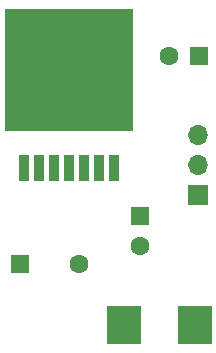
<source format=gbr>
%TF.GenerationSoftware,KiCad,Pcbnew,8.0.1-rc1*%
%TF.CreationDate,2024-10-01T13:14:16-07:00*%
%TF.ProjectId,LM2670-ADJ-Carrier-Set-SMD,4c4d3236-3730-42d4-9144-4a2d43617272,rev?*%
%TF.SameCoordinates,Original*%
%TF.FileFunction,Soldermask,Top*%
%TF.FilePolarity,Negative*%
%FSLAX46Y46*%
G04 Gerber Fmt 4.6, Leading zero omitted, Abs format (unit mm)*
G04 Created by KiCad (PCBNEW 8.0.1-rc1) date 2024-10-01 13:14:16*
%MOMM*%
%LPD*%
G01*
G04 APERTURE LIST*
%ADD10R,2.850000X3.300000*%
%ADD11R,1.700000X1.700000*%
%ADD12O,1.700000X1.700000*%
%ADD13R,1.600000X1.600000*%
%ADD14C,1.600000*%
%ADD15R,0.910000X2.160000*%
%ADD16R,10.800000X10.410000*%
G04 APERTURE END LIST*
D10*
%TO.C,L1*%
X146853314Y-112641863D03*
X152803314Y-112641863D03*
%TD*%
D11*
%TO.C,J1*%
X153109449Y-101617000D03*
D12*
X153109449Y-99077000D03*
X153109449Y-96537000D03*
%TD*%
D13*
%TO.C,C5*%
X138049386Y-107482969D03*
D14*
X143049386Y-107482969D03*
%TD*%
D13*
%TO.C,C2*%
X148158263Y-103439855D03*
D14*
X148158263Y-105939855D03*
%TD*%
D13*
%TO.C,C1*%
X153150694Y-89852484D03*
D14*
X150650694Y-89852484D03*
%TD*%
D15*
%TO.C,IC1*%
X138351749Y-99356800D03*
X139621749Y-99356800D03*
X140891749Y-99356800D03*
X142161749Y-99356800D03*
X143431749Y-99356800D03*
X144701749Y-99356800D03*
X145971749Y-99356800D03*
D16*
X142161749Y-91036800D03*
%TD*%
M02*

</source>
